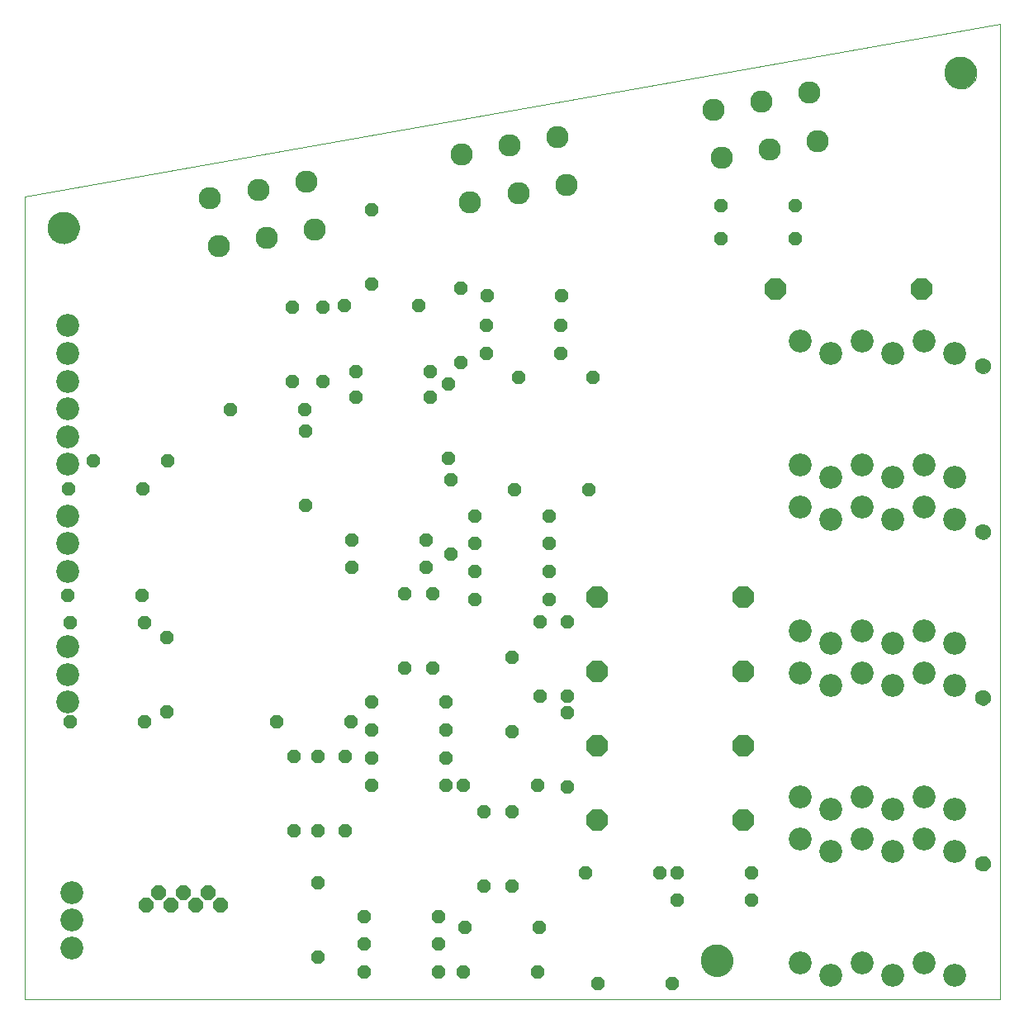
<source format=gbs>
G75*
%MOIN*%
%OFA0B0*%
%FSLAX24Y24*%
%IPPOS*%
%LPD*%
%AMOC8*
5,1,8,0,0,1.08239X$1,22.5*
%
%ADD10C,0.0000*%
%ADD11C,0.0900*%
%ADD12C,0.0631*%
%ADD13C,0.0926*%
%ADD14OC8,0.0560*%
%ADD15OC8,0.0890*%
%ADD16OC8,0.0600*%
%ADD17C,0.1300*%
D10*
X000140Y000140D02*
X000140Y032569D01*
X039510Y039510D01*
X039510Y000140D01*
X000140Y000140D01*
X027463Y001715D02*
X027465Y001765D01*
X027471Y001815D01*
X027481Y001864D01*
X027495Y001912D01*
X027512Y001959D01*
X027533Y002004D01*
X027558Y002048D01*
X027586Y002089D01*
X027618Y002128D01*
X027652Y002165D01*
X027689Y002199D01*
X027729Y002229D01*
X027771Y002256D01*
X027815Y002280D01*
X027861Y002301D01*
X027908Y002317D01*
X027956Y002330D01*
X028006Y002339D01*
X028055Y002344D01*
X028106Y002345D01*
X028156Y002342D01*
X028205Y002335D01*
X028254Y002324D01*
X028302Y002309D01*
X028348Y002291D01*
X028393Y002269D01*
X028436Y002243D01*
X028477Y002214D01*
X028516Y002182D01*
X028552Y002147D01*
X028584Y002109D01*
X028614Y002069D01*
X028641Y002026D01*
X028664Y001982D01*
X028683Y001936D01*
X028699Y001888D01*
X028711Y001839D01*
X028719Y001790D01*
X028723Y001740D01*
X028723Y001690D01*
X028719Y001640D01*
X028711Y001591D01*
X028699Y001542D01*
X028683Y001494D01*
X028664Y001448D01*
X028641Y001404D01*
X028614Y001361D01*
X028584Y001321D01*
X028552Y001283D01*
X028516Y001248D01*
X028477Y001216D01*
X028436Y001187D01*
X028393Y001161D01*
X028348Y001139D01*
X028302Y001121D01*
X028254Y001106D01*
X028205Y001095D01*
X028156Y001088D01*
X028106Y001085D01*
X028055Y001086D01*
X028006Y001091D01*
X027956Y001100D01*
X027908Y001113D01*
X027861Y001129D01*
X027815Y001150D01*
X027771Y001174D01*
X027729Y001201D01*
X027689Y001231D01*
X027652Y001265D01*
X027618Y001302D01*
X027586Y001341D01*
X027558Y001382D01*
X027533Y001426D01*
X027512Y001471D01*
X027495Y001518D01*
X027481Y001566D01*
X027471Y001615D01*
X027465Y001665D01*
X027463Y001715D01*
X038534Y005636D02*
X038536Y005670D01*
X038542Y005704D01*
X038552Y005737D01*
X038565Y005768D01*
X038583Y005798D01*
X038603Y005826D01*
X038627Y005851D01*
X038653Y005873D01*
X038681Y005891D01*
X038712Y005907D01*
X038744Y005919D01*
X038778Y005927D01*
X038812Y005931D01*
X038846Y005931D01*
X038880Y005927D01*
X038914Y005919D01*
X038946Y005907D01*
X038976Y005891D01*
X039005Y005873D01*
X039031Y005851D01*
X039055Y005826D01*
X039075Y005798D01*
X039093Y005768D01*
X039106Y005737D01*
X039116Y005704D01*
X039122Y005670D01*
X039124Y005636D01*
X039122Y005602D01*
X039116Y005568D01*
X039106Y005535D01*
X039093Y005504D01*
X039075Y005474D01*
X039055Y005446D01*
X039031Y005421D01*
X039005Y005399D01*
X038977Y005381D01*
X038946Y005365D01*
X038914Y005353D01*
X038880Y005345D01*
X038846Y005341D01*
X038812Y005341D01*
X038778Y005345D01*
X038744Y005353D01*
X038712Y005365D01*
X038681Y005381D01*
X038653Y005399D01*
X038627Y005421D01*
X038603Y005446D01*
X038583Y005474D01*
X038565Y005504D01*
X038552Y005535D01*
X038542Y005568D01*
X038536Y005602D01*
X038534Y005636D01*
X038534Y012329D02*
X038536Y012363D01*
X038542Y012397D01*
X038552Y012430D01*
X038565Y012461D01*
X038583Y012491D01*
X038603Y012519D01*
X038627Y012544D01*
X038653Y012566D01*
X038681Y012584D01*
X038712Y012600D01*
X038744Y012612D01*
X038778Y012620D01*
X038812Y012624D01*
X038846Y012624D01*
X038880Y012620D01*
X038914Y012612D01*
X038946Y012600D01*
X038976Y012584D01*
X039005Y012566D01*
X039031Y012544D01*
X039055Y012519D01*
X039075Y012491D01*
X039093Y012461D01*
X039106Y012430D01*
X039116Y012397D01*
X039122Y012363D01*
X039124Y012329D01*
X039122Y012295D01*
X039116Y012261D01*
X039106Y012228D01*
X039093Y012197D01*
X039075Y012167D01*
X039055Y012139D01*
X039031Y012114D01*
X039005Y012092D01*
X038977Y012074D01*
X038946Y012058D01*
X038914Y012046D01*
X038880Y012038D01*
X038846Y012034D01*
X038812Y012034D01*
X038778Y012038D01*
X038744Y012046D01*
X038712Y012058D01*
X038681Y012074D01*
X038653Y012092D01*
X038627Y012114D01*
X038603Y012139D01*
X038583Y012167D01*
X038565Y012197D01*
X038552Y012228D01*
X038542Y012261D01*
X038536Y012295D01*
X038534Y012329D01*
X038534Y019022D02*
X038536Y019056D01*
X038542Y019090D01*
X038552Y019123D01*
X038565Y019154D01*
X038583Y019184D01*
X038603Y019212D01*
X038627Y019237D01*
X038653Y019259D01*
X038681Y019277D01*
X038712Y019293D01*
X038744Y019305D01*
X038778Y019313D01*
X038812Y019317D01*
X038846Y019317D01*
X038880Y019313D01*
X038914Y019305D01*
X038946Y019293D01*
X038976Y019277D01*
X039005Y019259D01*
X039031Y019237D01*
X039055Y019212D01*
X039075Y019184D01*
X039093Y019154D01*
X039106Y019123D01*
X039116Y019090D01*
X039122Y019056D01*
X039124Y019022D01*
X039122Y018988D01*
X039116Y018954D01*
X039106Y018921D01*
X039093Y018890D01*
X039075Y018860D01*
X039055Y018832D01*
X039031Y018807D01*
X039005Y018785D01*
X038977Y018767D01*
X038946Y018751D01*
X038914Y018739D01*
X038880Y018731D01*
X038846Y018727D01*
X038812Y018727D01*
X038778Y018731D01*
X038744Y018739D01*
X038712Y018751D01*
X038681Y018767D01*
X038653Y018785D01*
X038627Y018807D01*
X038603Y018832D01*
X038583Y018860D01*
X038565Y018890D01*
X038552Y018921D01*
X038542Y018954D01*
X038536Y018988D01*
X038534Y019022D01*
X038534Y025715D02*
X038536Y025749D01*
X038542Y025783D01*
X038552Y025816D01*
X038565Y025847D01*
X038583Y025877D01*
X038603Y025905D01*
X038627Y025930D01*
X038653Y025952D01*
X038681Y025970D01*
X038712Y025986D01*
X038744Y025998D01*
X038778Y026006D01*
X038812Y026010D01*
X038846Y026010D01*
X038880Y026006D01*
X038914Y025998D01*
X038946Y025986D01*
X038976Y025970D01*
X039005Y025952D01*
X039031Y025930D01*
X039055Y025905D01*
X039075Y025877D01*
X039093Y025847D01*
X039106Y025816D01*
X039116Y025783D01*
X039122Y025749D01*
X039124Y025715D01*
X039122Y025681D01*
X039116Y025647D01*
X039106Y025614D01*
X039093Y025583D01*
X039075Y025553D01*
X039055Y025525D01*
X039031Y025500D01*
X039005Y025478D01*
X038977Y025460D01*
X038946Y025444D01*
X038914Y025432D01*
X038880Y025424D01*
X038846Y025420D01*
X038812Y025420D01*
X038778Y025424D01*
X038744Y025432D01*
X038712Y025444D01*
X038681Y025460D01*
X038653Y025478D01*
X038627Y025500D01*
X038603Y025525D01*
X038583Y025553D01*
X038565Y025583D01*
X038552Y025614D01*
X038542Y025647D01*
X038536Y025681D01*
X038534Y025715D01*
X037305Y037542D02*
X037307Y037592D01*
X037313Y037642D01*
X037323Y037691D01*
X037337Y037739D01*
X037354Y037786D01*
X037375Y037831D01*
X037400Y037875D01*
X037428Y037916D01*
X037460Y037955D01*
X037494Y037992D01*
X037531Y038026D01*
X037571Y038056D01*
X037613Y038083D01*
X037657Y038107D01*
X037703Y038128D01*
X037750Y038144D01*
X037798Y038157D01*
X037848Y038166D01*
X037897Y038171D01*
X037948Y038172D01*
X037998Y038169D01*
X038047Y038162D01*
X038096Y038151D01*
X038144Y038136D01*
X038190Y038118D01*
X038235Y038096D01*
X038278Y038070D01*
X038319Y038041D01*
X038358Y038009D01*
X038394Y037974D01*
X038426Y037936D01*
X038456Y037896D01*
X038483Y037853D01*
X038506Y037809D01*
X038525Y037763D01*
X038541Y037715D01*
X038553Y037666D01*
X038561Y037617D01*
X038565Y037567D01*
X038565Y037517D01*
X038561Y037467D01*
X038553Y037418D01*
X038541Y037369D01*
X038525Y037321D01*
X038506Y037275D01*
X038483Y037231D01*
X038456Y037188D01*
X038426Y037148D01*
X038394Y037110D01*
X038358Y037075D01*
X038319Y037043D01*
X038278Y037014D01*
X038235Y036988D01*
X038190Y036966D01*
X038144Y036948D01*
X038096Y036933D01*
X038047Y036922D01*
X037998Y036915D01*
X037948Y036912D01*
X037897Y036913D01*
X037848Y036918D01*
X037798Y036927D01*
X037750Y036940D01*
X037703Y036956D01*
X037657Y036977D01*
X037613Y037001D01*
X037571Y037028D01*
X037531Y037058D01*
X037494Y037092D01*
X037460Y037129D01*
X037428Y037168D01*
X037400Y037209D01*
X037375Y037253D01*
X037354Y037298D01*
X037337Y037345D01*
X037323Y037393D01*
X037313Y037442D01*
X037307Y037492D01*
X037305Y037542D01*
X001085Y031302D02*
X001087Y031352D01*
X001093Y031402D01*
X001103Y031451D01*
X001117Y031499D01*
X001134Y031546D01*
X001155Y031591D01*
X001180Y031635D01*
X001208Y031676D01*
X001240Y031715D01*
X001274Y031752D01*
X001311Y031786D01*
X001351Y031816D01*
X001393Y031843D01*
X001437Y031867D01*
X001483Y031888D01*
X001530Y031904D01*
X001578Y031917D01*
X001628Y031926D01*
X001677Y031931D01*
X001728Y031932D01*
X001778Y031929D01*
X001827Y031922D01*
X001876Y031911D01*
X001924Y031896D01*
X001970Y031878D01*
X002015Y031856D01*
X002058Y031830D01*
X002099Y031801D01*
X002138Y031769D01*
X002174Y031734D01*
X002206Y031696D01*
X002236Y031656D01*
X002263Y031613D01*
X002286Y031569D01*
X002305Y031523D01*
X002321Y031475D01*
X002333Y031426D01*
X002341Y031377D01*
X002345Y031327D01*
X002345Y031277D01*
X002341Y031227D01*
X002333Y031178D01*
X002321Y031129D01*
X002305Y031081D01*
X002286Y031035D01*
X002263Y030991D01*
X002236Y030948D01*
X002206Y030908D01*
X002174Y030870D01*
X002138Y030835D01*
X002099Y030803D01*
X002058Y030774D01*
X002015Y030748D01*
X001970Y030726D01*
X001924Y030708D01*
X001876Y030693D01*
X001827Y030682D01*
X001778Y030675D01*
X001728Y030672D01*
X001677Y030673D01*
X001628Y030678D01*
X001578Y030687D01*
X001530Y030700D01*
X001483Y030716D01*
X001437Y030737D01*
X001393Y030761D01*
X001351Y030788D01*
X001311Y030818D01*
X001274Y030852D01*
X001240Y030889D01*
X001208Y030928D01*
X001180Y030969D01*
X001155Y031013D01*
X001134Y031058D01*
X001117Y031105D01*
X001103Y031153D01*
X001093Y031202D01*
X001087Y031252D01*
X001085Y031302D01*
D11*
X007637Y032483D03*
X009575Y032825D03*
X011514Y033166D03*
X011856Y031228D03*
X009917Y030886D03*
X007978Y030544D03*
X017795Y034271D03*
X018137Y032333D03*
X020075Y032674D03*
X019733Y034613D03*
X021672Y034955D03*
X022014Y033016D03*
X027953Y036060D03*
X028295Y034121D03*
X030234Y034463D03*
X029892Y036401D03*
X031830Y036743D03*
X032172Y034805D03*
D12*
X038829Y025715D03*
X038829Y019022D03*
X038829Y012329D03*
X038829Y005636D03*
D13*
X037697Y006136D03*
X036447Y006636D03*
X035199Y006136D03*
X033947Y006636D03*
X032699Y006136D03*
X031447Y006636D03*
X032699Y007829D03*
X033947Y008329D03*
X035199Y007829D03*
X036447Y008329D03*
X037697Y007829D03*
X037697Y012829D03*
X036447Y013329D03*
X035199Y012829D03*
X033947Y013329D03*
X032699Y012829D03*
X031447Y013329D03*
X032699Y014522D03*
X033947Y015022D03*
X035199Y014522D03*
X036447Y015022D03*
X037697Y014522D03*
X037697Y019522D03*
X036447Y020022D03*
X035199Y019522D03*
X033947Y020022D03*
X032699Y019522D03*
X031447Y020022D03*
X032699Y021215D03*
X033947Y021715D03*
X035199Y021215D03*
X036447Y021715D03*
X037697Y021215D03*
X037697Y026215D03*
X036447Y026715D03*
X035199Y026215D03*
X033947Y026715D03*
X032699Y026215D03*
X031447Y026715D03*
X031447Y021715D03*
X031447Y015022D03*
X031447Y008329D03*
X031447Y001636D03*
X032699Y001136D03*
X033947Y001636D03*
X035199Y001136D03*
X036447Y001636D03*
X037697Y001136D03*
X002060Y002220D03*
X002060Y003340D03*
X002060Y004460D03*
X001900Y012140D03*
X001900Y013260D03*
X001900Y014380D03*
X001900Y017420D03*
X001900Y018540D03*
X001900Y019660D03*
X001900Y021740D03*
X001900Y022860D03*
X001900Y023980D03*
X001900Y025100D03*
X001900Y026220D03*
X001900Y027340D03*
D14*
X002930Y021880D03*
X001910Y020760D03*
X004910Y020760D03*
X005930Y021880D03*
X008450Y023940D03*
X010950Y025100D03*
X012200Y025100D03*
X013510Y025500D03*
X013520Y024460D03*
X011450Y023940D03*
X011500Y023080D03*
X011500Y020080D03*
X013360Y018700D03*
X013360Y017580D03*
X015500Y016520D03*
X016620Y016520D03*
X016360Y017580D03*
X016360Y018700D03*
X017370Y018110D03*
X018320Y018540D03*
X018320Y017420D03*
X018320Y016300D03*
X020940Y015400D03*
X021320Y016300D03*
X022060Y015400D03*
X021320Y017420D03*
X021320Y018540D03*
X021320Y019660D03*
X019910Y020730D03*
X018320Y019660D03*
X017370Y021110D03*
X017260Y022000D03*
X016520Y024460D03*
X017260Y025000D03*
X016510Y025500D03*
X017760Y025840D03*
X018800Y026220D03*
X018800Y027340D03*
X018810Y028540D03*
X017760Y028840D03*
X016040Y028140D03*
X014150Y029010D03*
X013040Y028140D03*
X012200Y028100D03*
X010950Y028100D03*
X014150Y032010D03*
X020080Y025260D03*
X021800Y026220D03*
X021800Y027340D03*
X021810Y028540D03*
X023080Y025260D03*
X022910Y020730D03*
X019820Y013960D03*
X020940Y012400D03*
X022060Y012400D03*
X022060Y011720D03*
X019820Y010960D03*
X020840Y008780D03*
X019820Y007720D03*
X018700Y007720D03*
X017840Y008780D03*
X017160Y008780D03*
X017160Y009900D03*
X017160Y011020D03*
X017160Y012140D03*
X016620Y013520D03*
X015500Y013520D03*
X014160Y012140D03*
X013320Y011340D03*
X014160Y011020D03*
X014160Y009900D03*
X013100Y009960D03*
X011980Y009960D03*
X011020Y009960D03*
X010320Y011340D03*
X014160Y008780D03*
X013100Y006960D03*
X011980Y006960D03*
X011020Y006960D03*
X011980Y004840D03*
X013840Y003500D03*
X013840Y002380D03*
X013840Y001260D03*
X011980Y001840D03*
X016840Y002380D03*
X017910Y003040D03*
X016840Y003500D03*
X018700Y004720D03*
X019820Y004720D03*
X020910Y003040D03*
X020840Y001260D03*
X023280Y000780D03*
X026280Y000780D03*
X026480Y004140D03*
X026480Y005260D03*
X025800Y005260D03*
X022800Y005260D03*
X022060Y008720D03*
X029480Y005260D03*
X029480Y004140D03*
X017840Y001260D03*
X016840Y001260D03*
X005900Y011760D03*
X005000Y011340D03*
X002000Y011340D03*
X002000Y015340D03*
X001890Y016450D03*
X004890Y016450D03*
X005000Y015340D03*
X005900Y014760D03*
X028240Y030860D03*
X028240Y032190D03*
X031240Y032190D03*
X031240Y030860D03*
D15*
X030460Y028830D03*
X036360Y028830D03*
X029160Y016390D03*
X029160Y013390D03*
X029160Y010390D03*
X029160Y007390D03*
X023260Y007390D03*
X023260Y010390D03*
X023260Y013390D03*
X023260Y016390D03*
D16*
X008040Y003940D03*
X007540Y004440D03*
X007040Y003940D03*
X006540Y004440D03*
X006040Y003940D03*
X005540Y004440D03*
X005040Y003940D03*
D17*
X028093Y001715D03*
X001715Y031302D03*
X037935Y037542D03*
M02*

</source>
